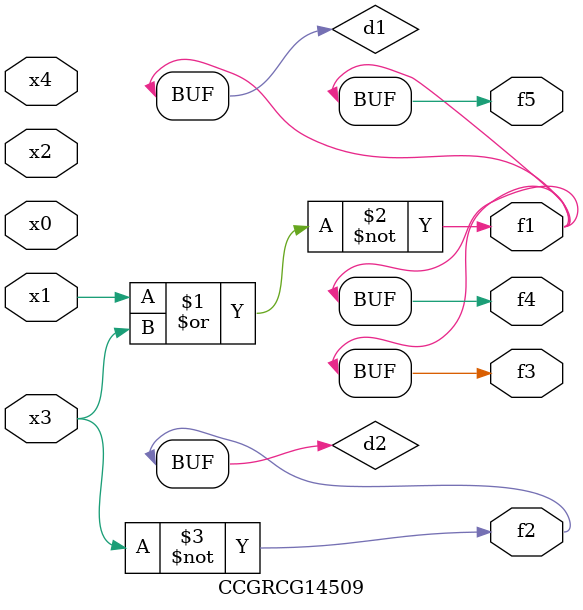
<source format=v>
module CCGRCG14509(
	input x0, x1, x2, x3, x4,
	output f1, f2, f3, f4, f5
);

	wire d1, d2;

	nor (d1, x1, x3);
	not (d2, x3);
	assign f1 = d1;
	assign f2 = d2;
	assign f3 = d1;
	assign f4 = d1;
	assign f5 = d1;
endmodule

</source>
